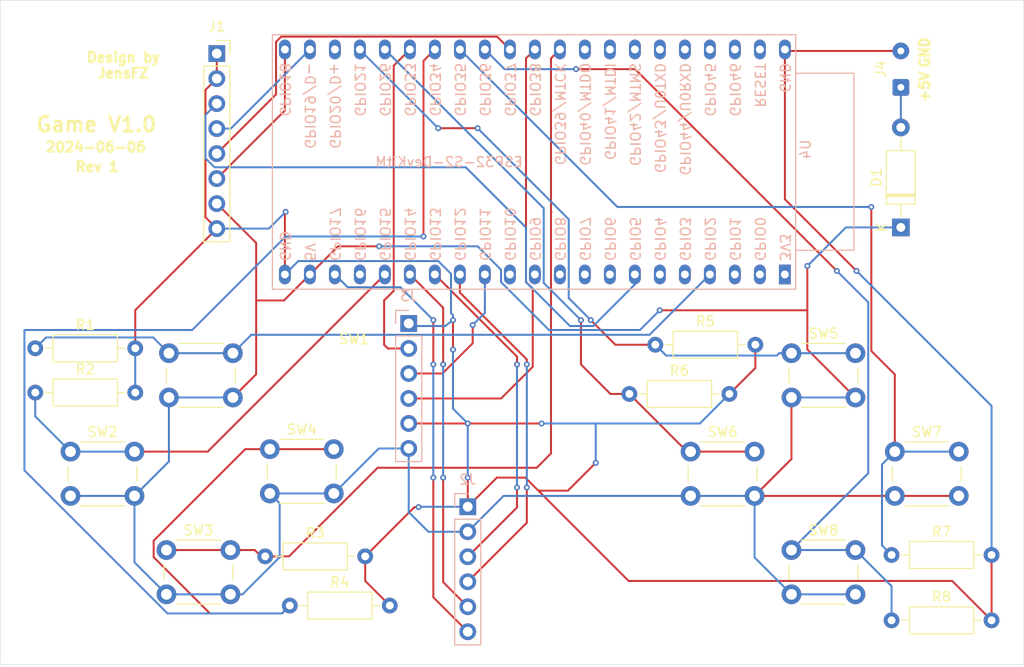
<source format=kicad_pcb>
(kicad_pcb (version 20240108) (generator "pcbnew") (generator_version "8.0")
  (layers (0 "F.Cu" signal) (31 "B.Cu" signal) (34 "B.Paste" user) (35 "F.Paste" user) (36 "B.SilkS" user "B.Silkscreen") (37 "F.SilkS" user "F.Silkscreen") (38 "B.Mask" user) (39 "F.Mask" user) (44 "Edge.Cuts" user))
  (net 0 "")
  (net 1 "GND")
  (net 2 "+3V3")
  (net 3 "/RES")
  (net 4 "+5V")
  (net 5 "/DC")
  (net 6 "/SCL")
  (net 7 "/SDA")
  (net 8 "/MOSI")
  (net 9 "/SCK_SD")
  (net 10 "/MISO")
  (net 11 "/CS")
  (net 12 "/LCK")
  (net 13 "/DIN")
  (net 14 "/BCK")
  (net 15 "/2")
  (net 16 "/15")
  (net 17 "/39")
  (net 18 "/34")
  (net 19 "/21")
  (net 20 "/26")
  (net 21 "/35")
  (net 22 "/36")
  (net 41 "Net-(D1-A)")
  (footprint "Resistor_THT:R_Axial_DIN0207_L6.3mm_D2.5mm_P10.16mm_Horizontal" (layer "F.Cu") (at 62.92 90)
    (property "Reference" "R3" (at 5.08 -2.37 0) (layer "F.SilkS"))
    (property "Value" "10k")
    (pad "1" thru_hole circle (at 0 0) (size 1.6 1.6) (drill 0.8) (layers "*.Cu" "*.Mask") (net 17 "/39"))
    (pad "2" thru_hole oval (at 10.16 0) (size 1.6 1.6) (drill 0.8) (layers "*.Cu" "*.Mask") (net 1 "GND"))
  )
  (footprint "Button_Switch_THT:SW_PUSH_6mm_H4.3mm" (layer "F.Cu") (at 43.13728 79.36)
    (property "Reference" "SW2" (at 3.25 -2 0) (layer "F.SilkS"))
    (property "Value" "SW_Push")
    (pad "1" thru_hole circle (at 0 0 90) (size 2 2) (drill 1.1) (layers "*.Cu" "*.Mask") (net 16 "/15"))
    (pad "1" thru_hole circle (at 6.5 0 90) (size 2 2) (drill 1.1) (layers "*.Cu" "*.Mask") (net 16 "/15"))
    (pad "2" thru_hole circle (at 0 4.5 90) (size 2 2) (drill 1.1) (layers "*.Cu" "*.Mask") (net 4 "+5V"))
    (pad "2" thru_hole circle (at 6.5 4.5 90) (size 2 2) (drill 1.1) (layers "*.Cu" "*.Mask") (net 4 "+5V"))
  )
  (footprint "Button_Switch_THT:SW_PUSH_6mm_H4.3mm" (layer "F.Cu") (at 106.13728 79.36)
    (property "Reference" "SW6" (at 3.25 -2 0) (layer "F.SilkS"))
    (property "Value" "SW_Push")
    (pad "1" thru_hole circle (at 0 0 90) (size 2 2) (drill 1.1) (layers "*.Cu" "*.Mask") (net 20 "/26"))
    (pad "1" thru_hole circle (at 6.5 0 90) (size 2 2) (drill 1.1) (layers "*.Cu" "*.Mask") (net 20 "/26"))
    (pad "2" thru_hole circle (at 0 4.5 90) (size 2 2) (drill 1.1) (layers "*.Cu" "*.Mask") (net 4 "+5V"))
    (pad "2" thru_hole circle (at 6.5 4.5 90) (size 2 2) (drill 1.1) (layers "*.Cu" "*.Mask") (net 4 "+5V"))
  )
  (footprint "Button_Switch_THT:SW_PUSH_6mm_H4.3mm" (layer "F.Cu") (at 63.38728 79.11)
    (property "Reference" "SW4" (at 3.25 -2 0) (layer "F.SilkS"))
    (property "Value" "SW_Push")
    (pad "1" thru_hole circle (at 0 0 90) (size 2 2) (drill 1.1) (layers "*.Cu" "*.Mask") (net 18 "/34"))
    (pad "1" thru_hole circle (at 6.5 0 90) (size 2 2) (drill 1.1) (layers "*.Cu" "*.Mask") (net 18 "/34"))
    (pad "2" thru_hole circle (at 0 4.5 90) (size 2 2) (drill 1.1) (layers "*.Cu" "*.Mask") (net 4 "+5V"))
    (pad "2" thru_hole circle (at 6.5 4.5 90) (size 2 2) (drill 1.1) (layers "*.Cu" "*.Mask") (net 4 "+5V"))
  )
  (footprint "Button_Switch_THT:SW_PUSH_6mm_H4.3mm" (layer "F.Cu") (at 53.13728 69.36)
    (property "Reference" "SW1" (at 18.80292 -1.428161 0) (layer "F.SilkS"))
    (property "Value" "SW_Push")
    (pad "1" thru_hole circle (at 0 0 90) (size 2 2) (drill 1.1) (layers "*.Cu" "*.Mask") (net 15 "/2"))
    (pad "1" thru_hole circle (at 6.5 0 90) (size 2 2) (drill 1.1) (layers "*.Cu" "*.Mask") (net 15 "/2"))
    (pad "2" thru_hole circle (at 0 4.5 90) (size 2 2) (drill 1.1) (layers "*.Cu" "*.Mask") (net 4 "+5V"))
    (pad "2" thru_hole circle (at 6.5 4.5 90) (size 2 2) (drill 1.1) (layers "*.Cu" "*.Mask") (net 4 "+5V"))
  )
  (footprint "Button_Switch_THT:SW_PUSH_6mm_H4.3mm" (layer "F.Cu") (at 52.88728 89.36)
    (property "Reference" "SW3" (at 3.25 -2 0) (layer "F.SilkS"))
    (property "Value" "SW_Push")
    (pad "1" thru_hole circle (at 0 0 90) (size 2 2) (drill 1.1) (layers "*.Cu" "*.Mask") (net 17 "/39"))
    (pad "1" thru_hole circle (at 6.5 0 90) (size 2 2) (drill 1.1) (layers "*.Cu" "*.Mask") (net 17 "/39"))
    (pad "2" thru_hole circle (at 0 4.5 90) (size 2 2) (drill 1.1) (layers "*.Cu" "*.Mask") (net 4 "+5V"))
    (pad "2" thru_hole circle (at 6.5 4.5 90) (size 2 2) (drill 1.1) (layers "*.Cu" "*.Mask") (net 4 "+5V"))
  )
  (footprint "Diode_THT:D_A-405_P10.16mm_Horizontal" (layer "F.Cu") (at 127.5 56.58 90)
    (property "Reference" "D1" (at 5.08 -2.47 -90) (layer "F.SilkS"))
    (property "Value" "D")
    (fp_text user "K" (at 0 -1.9 -90) (layer "F.SilkS"))
    (pad "1" thru_hole rect (at 0 0 90) (size 1.8 1.8) (drill 0.9) (layers "*.Cu" "*.Mask") (net 4 "+5V"))
    (pad "2" thru_hole oval (at 10.16 0 90) (size 1.8 1.8) (drill 0.9) (layers "*.Cu" "*.Mask") (net 41 "Net-(D1-A)"))
  )
  (footprint "Resistor_THT:R_Axial_DIN0207_L6.3mm_D2.5mm_P10.16mm_Horizontal" (layer "F.Cu") (at 39.55728 73.36)
    (property "Reference" "R2" (at 5.08 -2.37 0) (layer "F.SilkS"))
    (property "Value" "10k")
    (pad "1" thru_hole circle (at 0 0) (size 1.6 1.6) (drill 0.8) (layers "*.Cu" "*.Mask") (net 16 "/15"))
    (pad "2" thru_hole oval (at 10.16 0) (size 1.6 1.6) (drill 0.8) (layers "*.Cu" "*.Mask") (net 1 "GND"))
  )
  (footprint "Resistor_THT:R_Axial_DIN0207_L6.3mm_D2.5mm_P10.16mm_Horizontal" (layer "F.Cu") (at 99.92 73.5)
    (property "Reference" "R6" (at 5.08 -2.37 0) (layer "F.SilkS"))
    (property "Value" "10k")
    (pad "1" thru_hole circle (at 0 0) (size 1.6 1.6) (drill 0.8) (layers "*.Cu" "*.Mask") (net 20 "/26"))
    (pad "2" thru_hole oval (at 10.16 0) (size 1.6 1.6) (drill 0.8) (layers "*.Cu" "*.Mask") (net 1 "GND"))
  )
  (footprint "Connector_Wire:SolderWire-0.127sqmm_1x02_P3.7mm_D0.48mm_OD1mm" (layer "F.Cu") (at 127.5 42.35 90)
    (property "Reference" "J4" (at 1.85 -2.05 -90) (layer "F.SilkS"))
    (property "Value" "Conn_01x02")
    (pad "1" thru_hole roundrect (at 0 0 90) (size 1.7 1.7) (drill 0.7) (layers "*.Cu" "*.Mask") (roundrect_rratio 0.147059) (net 41 "Net-(D1-A)"))
    (pad "2" thru_hole circle (at 3.7 0 90) (size 1.7 1.7) (drill 0.7) (layers "*.Cu" "*.Mask") (net 1 "GND"))
  )
  (footprint "Resistor_THT:R_Axial_DIN0207_L6.3mm_D2.5mm_P10.16mm_Horizontal" (layer "F.Cu") (at 126.55728 89.86)
    (property "Reference" "R7" (at 5.08 -2.37 0) (layer "F.SilkS"))
    (property "Value" "10k")
    (pad "1" thru_hole circle (at 0 0) (size 1.6 1.6) (drill 0.8) (layers "*.Cu" "*.Mask") (net 21 "/35"))
    (pad "2" thru_hole oval (at 10.16 0) (size 1.6 1.6) (drill 0.8) (layers "*.Cu" "*.Mask") (net 1 "GND"))
  )
  (footprint "Button_Switch_THT:SW_PUSH_6mm_H4.3mm" (layer "F.Cu") (at 116.38728 69.36)
    (property "Reference" "SW5" (at 3.25 -2 0) (layer "F.SilkS"))
    (property "Value" "SW_Push")
    (pad "1" thru_hole circle (at 0 0 90) (size 2 2) (drill 1.1) (layers "*.Cu" "*.Mask") (net 19 "/21"))
    (pad "1" thru_hole circle (at 6.5 0 90) (size 2 2) (drill 1.1) (layers "*.Cu" "*.Mask") (net 19 "/21"))
    (pad "2" thru_hole circle (at 0 4.5 90) (size 2 2) (drill 1.1) (layers "*.Cu" "*.Mask") (net 4 "+5V"))
    (pad "2" thru_hole circle (at 6.5 4.5 90) (size 2 2) (drill 1.1) (layers "*.Cu" "*.Mask") (net 4 "+5V"))
  )
  (footprint "MountingHole:MountingHole_3.2mm_M3_DIN965" (layer "F.Cu") (at 135 40)
    (property "Reference" "REF**" (hide yes))
    (property "Value" "MountingHole_3.2mm_M3_DIN965" (hide yes))
    (pad "" np_thru_hole circle (at 0 0) (size 3.2 3.2) (drill 3.2) (layers "*.Cu" "*.Mask"))
  )
  (footprint "Resistor_THT:R_Axial_DIN0207_L6.3mm_D2.5mm_P10.16mm_Horizontal" (layer "F.Cu") (at 39.55728 68.86)
    (property "Reference" "R1" (at 5.08 -2.37 0) (layer "F.SilkS"))
    (property "Value" "10k")
    (pad "1" thru_hole circle (at 0 0) (size 1.6 1.6) (drill 0.8) (layers "*.Cu" "*.Mask") (net 15 "/2"))
    (pad "2" thru_hole oval (at 10.16 0) (size 1.6 1.6) (drill 0.8) (layers "*.Cu" "*.Mask") (net 1 "GND"))
  )
  (footprint "Connector_PinSocket_2.54mm:PinSocket_1x08_P2.54mm_Vertical" (layer "F.Cu") (at 58 38.92)
    (property "Reference" "J1" (at 0 -2.77 0) (layer "F.SilkS"))
    (property "Value" "Display")
    (pad "1" thru_hole rect (at 0 0) (size 1.7 1.7) (drill 1) (layers "*.Cu" "*.Mask") (net 1 "GND"))
    (pad "2" thru_hole oval (at 0 2.54) (size 1.7 1.7) (drill 1) (layers "*.Cu" "*.Mask") (net 1 "GND"))
    (pad "3" thru_hole oval (at 0 5.08) (size 1.7 1.7) (drill 1) (layers "*.Cu" "*.Mask") (net 5 "/DC"))
    (pad "4" thru_hole oval (at 0 7.62) (size 1.7 1.7) (drill 1) (layers "*.Cu" "*.Mask") (net 3 "/RES"))
    (pad "5" thru_hole oval (at 0 10.16) (size 1.7 1.7) (drill 1) (layers "*.Cu" "*.Mask") (net 7 "/SDA"))
    (pad "6" thru_hole oval (at 0 12.7) (size 1.7 1.7) (drill 1) (layers "*.Cu" "*.Mask") (net 6 "/SCL"))
    (pad "7" thru_hole oval (at 0 15.24) (size 1.7 1.7) (drill 1) (layers "*.Cu" "*.Mask") (net 4 "+5V"))
    (pad "8" thru_hole oval (at 0 17.78) (size 1.7 1.7) (drill 1) (layers "*.Cu" "*.Mask") (net 1 "GND"))
  )
  (footprint "Button_Switch_THT:SW_PUSH_6mm_H4.3mm" (layer "F.Cu") (at 126.88728 79.36)
    (property "Reference" "SW7" (at 3.25 -2 0) (layer "F.SilkS"))
    (property "Value" "SW_Push")
    (pad "1" thru_hole circle (at 0 0 90) (size 2 2) (drill 1.1) (layers "*.Cu" "*.Mask") (net 21 "/35"))
    (pad "1" thru_hole circle (at 6.5 0 90) (size 2 2) (drill 1.1) (layers "*.Cu" "*.Mask") (net 21 "/35"))
    (pad "2" thru_hole circle (at 0 4.5 90) (size 2 2) (drill 1.1) (layers "*.Cu" "*.Mask") (net 4 "+5V"))
    (pad "2" thru_hole circle (at 6.5 4.5 90) (size 2 2) (drill 1.1) (layers "*.Cu" "*.Mask") (net 4 "+5V"))
  )
  (footprint "Button_Switch_THT:SW_PUSH_6mm_H4.3mm" (layer "F.Cu") (at 116.38728 89.36)
    (property "Reference" "SW8" (at 3.25 -2 0) (layer "F.SilkS"))
    (property "Value" "SW_Push")
    (pad "1" thru_hole circle (at 0 0 90) (size 2 2) (drill 1.1) (layers "*.Cu" "*.Mask") (net 22 "/36"))
    (pad "1" thru_hole circle (at 6.5 0 90) (size 2 2) (drill 1.1) (layers "*.Cu" "*.Mask") (net 22 "/36"))
    (pad "2" thru_hole circle (at 0 4.5 90) (size 2 2) (drill 1.1) (layers "*.Cu" "*.Mask") (net 4 "+5V"))
    (pad "2" thru_hole circle (at 6.5 4.5 90) (size 2 2) (drill 1.1) (layers "*.Cu" "*.Mask") (net 4 "+5V"))
  )
  (footprint "Resistor_THT:R_Axial_DIN0207_L6.3mm_D2.5mm_P10.16mm_Horizontal" (layer "F.Cu") (at 126.55728 96.5)
    (property "Reference" "R8" (at 5.08 -2.37 0) (layer "F.SilkS"))
    (property "Value" "10k")
    (pad "1" thru_hole circle (at 0 0) (size 1.6 1.6) (drill 0.8) (layers "*.Cu" "*.Mask") (net 22 "/36"))
    (pad "2" thru_hole oval (at 10.16 0) (size 1.6 1.6) (drill 0.8) (layers "*.Cu" "*.Mask") (net 1 "GND"))
  )
  (footprint "MountingHole:MountingHole_3.2mm_M3_DIN965" (layer "F.Cu") (at 40 40)
    (property "Reference" "REF**" (hide yes))
    (property "Value" "MountingHole_3.2mm_M3_DIN965" (hide yes))
    (pad "" np_thru_hole circle (at 0 0) (size 3.2 3.2) (drill 3.2) (layers "*.Cu" "*.Mask"))
  )
  (footprint "Resistor_THT:R_Axial_DIN0207_L6.3mm_D2.5mm_P10.16mm_Horizontal" (layer "F.Cu") (at 65.42 95)
    (property "Reference" "R4" (at 5.08 -2.37 0) (layer "F.SilkS"))
    (property "Value" "10k")
    (pad "1" thru_hole circle (at 0 0) (size 1.6 1.6) (drill 0.8) (layers "*.Cu" "*.Mask") (net 18 "/34"))
    (pad "2" thru_hole oval (at 10.16 0) (size 1.6 1.6) (drill 0.8) (layers "*.Cu" "*.Mask") (net 1 "GND"))
  )
  (footprint "MountingHole:MountingHole_3.2mm_M3_DIN965" (layer "F.Cu") (at 90 95)
    (property "Reference" "REF**" (hide yes))
    (property "Value" "MountingHole_3.2mm_M3_DIN965" (hide yes))
    (pad "" np_thru_hole circle (at 0 0) (size 3.2 3.2) (drill 3.2) (layers "*.Cu" "*.Mask"))
  )
  (footprint "MountingHole:MountingHole_3.2mm_M3_DIN965" (layer "F.Cu") (at 40 95)
    (property "Reference" "REF**" (hide yes))
    (property "Value" "MountingHole_3.2mm_M3_DIN965" (hide yes))
    (pad "" np_thru_hole circle (at 0 0) (size 3.2 3.2) (drill 3.2) (layers "*.Cu" "*.Mask"))
  )
  (footprint "Resistor_THT:R_Axial_DIN0207_L6.3mm_D2.5mm_P10.16mm_Horizontal" (layer "F.Cu") (at 102.55728 68.5)
    (property "Reference" "R5" (at 5.08 -2.37 0) (layer "F.SilkS"))
    (property "Value" "10k")
    (pad "1" thru_hole circle (at 0 0) (size 1.6 1.6) (drill 0.8) (layers "*.Cu" "*.Mask") (net 19 "/21"))
    (pad "2" thru_hole oval (at 10.16 0) (size 1.6 1.6) (drill 0.8) (layers "*.Cu" "*.Mask") (net 1 "GND"))
  )
  (footprint "PCM_Espressif:ESP32-S2-DevKitM" (layer "B.Cu") (at 115.71728 61.36 90)
    (property "Reference" "U4" (at 12.7 2.1 -90) (layer "B.SilkS") (effects (justify mirror)))
    (property "Value" "ESP32-S2-DevKitM" (at 11.42632 -34.13 0) (layer "B.SilkS") (effects (justify mirror)))
    (fp_text user "GPIO17" (at 1.26632 -45.71728 -90) (layer "B.SilkS") (effects (justify left mirror)))
    (fp_text user "GPIO9" (at 1.26632 -25.39728 -90) (layer "B.SilkS") (effects (justify left mirror)))
    (fp_text user "GPIO34" (at 21.58632 -35.55728 -90) (layer "B.SilkS") (effects (justify right mirror)))
    (fp_text user "GPIO8" (at 1.26632 -22.85728 -90) (layer "B.SilkS") (effects (justify left mirror)))
    (fp_text user "GND" (at 1.26632 -50.79728 -90) (layer "B.SilkS") (effects (justify left mirror)))
    (fp_text user "GPIO18" (at 21.58632 -50.79728 -90) (layer "B.SilkS") (effects (justify right mirror)))
    (fp_text user "5V" (at 1.26632 -48.25728 -90) (layer "B.SilkS") (effects (justify left mirror)))
    (fp_text user "GPIO11" (at 1.26632 -30.47728 -90) (layer "B.SilkS") (effects (justify left mirror)))
    (fp_text user "GPIO36" (at 21.58632 -30.47728 -90) (layer "B.SilkS") (effects (justify right mirror)))
    (fp_text user "GPIO20/D+" (at 21.58632 -45.71728 -90) (layer "B.SilkS") (effects (justify right mirror)))
    (fp_text user "GPIO44/U0RXD" (at 21.58632 -10.15728 -90) (layer "B.SilkS") (effects (justify right mirror)))
    (fp_text user "GPIO14" (at 1.26632 -38.09728 -90) (layer "B.SilkS") (effects (justify left mirror)))
    (fp_text user "GPIO21" (at 21.58632 -43.17728 -90) (layer "B.SilkS") (effects (justify right mirror)))
    (fp_text user "GPIO33" (at 21.58632 -38.09728 -90) (layer "B.SilkS") (effects (justify right mirror)))
    (fp_text user "GPIO35" (at 21.58632 -33.01728 -90) (layer "B.SilkS") (effects (justify right mirror)))
    (fp_text user "GPIO12" (at 1.26632 -33.01728 -90) (layer "B.SilkS") (effects (justify left mirror)))
    (fp_text user "GPIO0" (at 1.26632 -2.53728 -90) (layer "B.SilkS") (effects (justify left mirror)))
    (fp_text user "GPIO6" (at 1.26632 -17.77728 -90) (layer "B.SilkS") (effects (justify left mirror)))
    (fp_text user "GPIO19/D-" (at 21.58632 -48.25728 -90) (layer "B.SilkS") (effects (justify right mirror)))
    (fp_text user "GPIO4" (at 1.26632 -12.69728 -90) (layer "B.SilkS") (effects (justify left mirror)))
    (fp_text user "GPIO7" (at 1.26632 -20.31728 -90) (layer "B.SilkS") (effects (justify left mirror)))
    (fp_text user "GPIO1" (at 1.26632 -5.07728 -90) (layer "B.SilkS") (effects (justify left mirror)))
    (fp_text user "GPIO45" (at 21.58632 -7.61728 -90) (layer "B.SilkS") (effects (justify right mirror)))
    (fp_text user "RESET" (at 21.58632 -2.53728 -90) (layer "B.SilkS") (effects (justify right mirror)))
    (fp_text user "GPIO5" (at 1.26632 -15.23728 -90) (layer "B.SilkS") (effects (justify left mirror)))
    (fp_text user "GPIO37" (at 21.58632 -27.93728 -90) (layer "B.SilkS") (effects (justify right mirror)))
    (fp_text user "GPIO3" (at 1.27 -10.15728 -90) (layer "B.SilkS") (effects (justify left mirror)))
    (fp_text user "GPIO40/MTDO" (at 21.58632 -20.31728 -90) (layer "B.SilkS") (effects (justify right mirror)))
    (fp_text user "GPIO15" (at 1.26632 -40.63728 -90) (layer "B.SilkS") (effects (justify left mirror)))
    (fp_text user "GPIO38" (at 21.58632 -25.39728 -90) (layer "B.SilkS") (effects (justify right mirror)))
    (fp_text user "GPIO43/U0TXD" (at 21.58632 -12.69728 -90) (layer "B.SilkS") (effects (justify right mirror)))
    (fp_text user "GPIO16" (at 1.26632 -43.17728 -90) (layer "B.SilkS") (effects (justify left mirror)))
    (fp_text user "GND" (at 21.59 0 -90) (layer "B.SilkS") (effects (justify right mirror)))
    (fp_text user "GPIO2" (at 1.26632 -7.61728 -90) (layer "B.SilkS") (effects (justify left mirror)))
    (fp_text user "GPIO46" (at 21.58632 -5.07728 -90) (layer "B.SilkS") (effects (justify right mirror)))
    (fp_text user "GPIO10" (at 1.26632 -27.93728 -90) (layer "B.SilkS") (effects (justify left mirror)))
    (fp_text user "3V3" (at 1.27 0 -90) (layer "B.SilkS") (effects (justify left mirror)))
    (fp_text user "GPIO39/MTCK" (at 21.58632 -22.85728 -90) (layer "B.SilkS") (effects (justify right mirror)))
    (fp_text user "GPIO41/MTDI" (at 21.58632 -17.77728 -90) (layer "B.SilkS") (effects (justify right mirror)))
    (fp_text user "GPIO13" (at 1.26632 -35.55728 -90) (layer "B.SilkS") (effects (justify left mirror)))
    (fp_text user "GPIO26" (at 21.58632 -40.63728 -90) (layer "B.SilkS") (effects (justify right mirror)))
    (fp_text user "GPIO42/MTMS" (at 21.58632 -15.23728 -90) (layer "B.SilkS") (effects (justify right mirror)))
    (pad "1" thru_hole rect (at 0 0 180) (size 1.2 2) (drill 0.8) (layers "*.Cu" "*.Mask") (net 2 "+3V3"))
    (pad "2" thru_hole oval (at 0 -2.54 180) (size 1.2 2) (drill 0.8) (layers "*.Cu" "*.Mask"))
    (pad "3" thru_hole oval (at 0 -5.08 180) (size 1.2 2) (drill 0.8) (layers "*.Cu" "*.Mask"))
    (pad "4" thru_hole oval (at 0 -7.62 180) (size 1.2 2) (drill 0.8) (layers "*.Cu" "*.Mask") (net 15 "/2"))
    (pad "5" thru_hole oval (at 0 -10.16 180) (size 1.2 2) (drill 0.8) (layers "*.Cu" "*.Mask"))
    (pad "6" thru_hole oval (at 0 -12.7 180) (size 1.2 2) (drill 0.8) (layers "*.Cu" "*.Mask"))
    (pad "7" thru_hole oval (at 0 -15.24 180) (size 1.2 2) (drill 0.8) (layers "*.Cu" "*.Mask") (net 5 "/DC"))
    (pad "8" thru_hole oval (at 0 -17.78 180) (size 1.2 2) (drill 0.8) (layers "*.Cu" "*.Mask"))
    (pad "9" thru_hole oval (at 0 -20.32 180) (size 1.2 2) (drill 0.8) (layers "*.Cu" "*.Mask"))
    (pad "10" thru_hole oval (at 0 -22.86 180) (size 1.2 2) (drill 0.8) (layers "*.Cu" "*.Mask"))
    (pad "11" thru_hole oval (at 0 -25.4 180) (size 1.2 2) (drill 0.8) (layers "*.Cu" "*.Mask"))
    (pad "12" thru_hole oval (at 0 -27.94 180) (size 1.2 2) (drill 0.8) (layers "*.Cu" "*.Mask"))
    (pad "13" thru_hole oval (at 0 -30.48 180) (size 1.2 2) (drill 0.8) (layers "*.Cu" "*.Mask") (net 13 "/DIN"))
    (pad "14" thru_hole oval (at 0 -33.02 180) (size 1.2 2) (drill 0.8) (layers "*.Cu" "*.Mask") (net 8 "/MOSI"))
    (pad "15" thru_hole oval (at 0 -35.56 180) (size 1.2 2) (drill 0.8) (layers "*.Cu" "*.Mask") (net 10 "/MISO"))
    (pad "16" thru_hole oval (at 0 -38.1 180) (size 1.2 2) (drill 0.8) (layers "*.Cu" "*.Mask") (net 9 "/SCK_SD"))
    (pad "17" thru_hole oval (at 0 -40.64 180) (size 1.2 2) (drill 0.8) (layers "*.Cu" "*.Mask") (net 16 "/15"))
    (pad "18" thru_hole oval (at 0 -43.18 180) (size 1.2 2) (drill 0.8) (layers "*.Cu" "*.Mask"))
    (pad "19" thru_hole oval (at 0 -45.72 180) (size 1.2 2) (drill 0.8) (layers "*.Cu" "*.Mask") (net 11 "/CS"))
    (pad "20" thru_hole oval (at -0.00368 -48.25728 180) (size 1.2 2) (drill 0.8) (layers "*.Cu" "*.Mask") (net 4 "+5V"))
    (pad "21" thru_hole oval (at -0.00368 -50.79728 180) (size 1.2 2) (drill 0.8) (layers "*.Cu" "*.Mask") (net 1 "GND"))
    (pad "22" thru_hole oval (at 22.85632 -50.79728 180) (size 1.2 2) (drill 0.8) (layers "*.Cu" "*.Mask") (net 6 "/SCL"))
    (pad "23" thru_hole oval (at 22.86 -48.25728 180) (size 1.2 2) (drill 0.8) (layers "*.Cu" "*.Mask") (net 3 "/RES"))
    (pad "24" thru_hole oval (at 22.86 -45.71728 180) (size 1.2 2) (drill 0.8) (layers "*.Cu" "*.Mask"))
    (pad "25" thru_hole oval (at 22.86 -43.17728 180) (size 1.2 2) (drill 0.8) (layers "*.Cu" "*.Mask") (net 19 "/21"))
    (pad "26" thru_hole oval (at 22.86 -40.63728 180) (size 1.2 2) (drill 0.8) (layers "*.Cu" "*.Mask") (net 20 "/26"))
    (pad "27" thru_hole oval (at 22.86 -38.09728 180) (size 1.2 2) (drill 0.8) (layers "*.Cu" "*.Mask") (net 14 "/BCK"))
    (pad "28" thru_hole oval (at 22.86 -35.55728 180) (size 1.2 2) (drill 0.8) (layers "*.Cu" "*.Mask") (net 18 "/34"))
    (pad "29" thru_hole oval (at 22.86 -33.01728 180) (size 1.2 2) (drill 0.8) (layers "*.Cu" "*.Mask") (net 21 "/35"))
    (pad "30" thru_hole oval (at 22.86 -30.47728 180) (size 1.2 2) (drill 0.8) (layers "*.Cu" "*.Mask") (net 22 "/36"))
    (pad "31" thru_hole oval (at 22.86 -27.93728 180) (size 1.2 2) (drill 0.8) (layers "*.Cu" "*.Mask") (net 7 "/SDA"))
    (pad "32" thru_hole oval (at 22.86 -25.39728 180) (size 1.2 2) (drill 0.8) (layers "*.Cu" "*.Mask") (net 12 "/LCK"))
    (pad "33" thru_hole oval (at 22.86 -22.85728 180) (size 1.2 2) (drill 0.8) (layers "*.Cu" "*.Mask") (net 17 "/39"))
    (pad "34" thru_hole oval (at 22.86 -20.31728 180) (size 1.2 2) (drill 0.8) (layers "*.Cu" "*.Mask"))
    (pad "35" thru_hole oval (at 22.86 -17.77728 180) (size 1.2 2) (drill 0.8) (layers "*.Cu" "*.Mask"))
    (pad "36" thru_hole oval (at 22.86 -15.23728 180) (size 1.2 2) (drill 0.8) (layers "*.Cu" "*.Mask"))
    (pad "37" thru_hole oval (at 22.86 -12.69728 180) (size 1.2 2) (drill 0.8) (layers "*.Cu" "*.Mask"))
    (pad "38" thru_hole oval (at 22.86 -10.15728 180) (size 1.2 2) (drill 0.8) (layers "*.Cu" "*.Mask"))
    (pad "39" thru_hole oval (at 22.86 -7.61728 180) (size 1.2 2) (drill 0.8) (layers "*.Cu" "*.Mask"))
    (pad "40" thru_hole oval (at 22.86 -5.07728 180) (size 1.2 2) (drill 0.8) (layers "*.Cu" "*.Mask"))
    (pad "41" thru_hole oval (at 22.86 -2.53728 180) (size 1.2 2) (drill 0.8) (layers "*.Cu" "*.Mask"))
    (pad "42" thru_hole oval (at 22.86 0.00272 180) (size 1.2 2) (drill 0.8) (layers "*.Cu" "*.Mask") (net 1 "GND"))
  )
  (footprint "Connector_PinSocket_2.54mm:PinSocket_1x06_P2.54mm_Vertical" (layer "B.Cu") (at 83.5 84.96 180)
    (property "Reference" "J2" (at 0 2.77 0) (layer "B.SilkS") (effects (justify mirror)))
    (property "Value" "SD")
    (pad "1" thru_hole rect (at 0 0 180) (size 1.7 1.7) (drill 1) (layers "*.Cu" "*.Mask") (net 1 "GND"))
    (pad "2" thru_hole oval (at 0 -2.54 180) (size 1.7 1.7) (drill 1) (layers "*.Cu" "*.Mask") (net 4 "+5V"))
    (pad "3" thru_hole oval (at 0 -5.08 180) (size 1.7 1.7) (drill 1) (layers "*.Cu" "*.Mask") (net 10 "/MISO"))
    (pad "4" thru_hole oval (at 0 -7.62 180) (size 1.7 1.7) (drill 1) (layers "*.Cu" "*.Mask") (net 8 "/MOSI"))
    (pad "5" thru_hole oval (at 0 -10.16 180) (size 1.7 1.7) (drill 1) (layers "*.Cu" "*.Mask") (net 9 "/SCK_SD"))
    (pad "6" thru_hole oval (at 0 -12.7 180) (size 1.7 1.7) (drill 1) (layers "*.Cu" "*.Mask") (net 11 "/CS"))
  )
  (footprint "Connector_PinSocket_2.54mm:PinSocket_1x06_P2.54mm_Vertical" (layer "B.Cu") (at 77.5 66.34 180)
    (property "Reference" "J3" (at 0 2.77 0) (layer "B.SilkS") (effects (justify mirror)))
    (property "Value" "PCM5100")
    (pad "1" thru_hole rect (at 0 0 180) (size 1.7 1.7) (drill 1) (layers "*.Cu" "*.Mask") (net 1 "GND"))
    (pad "2" thru_hole oval (at 0 -2.54 180) (size 1.7 1.7) (drill 1) (layers "*.Cu" "*.Mask") (net 14 "/BCK"))
    (pad "3" thru_hole oval (at 0 -5.08 180) (size 1.7 1.7) (drill 1) (layers "*.Cu" "*.Mask") (net 13 "/DIN"))
    (pad "4" thru_hole oval (at 0 -7.62 180) (size 1.7 1.7) (drill 1) (layers "*.Cu" "*.Mask") (net 12 "/LCK"))
    (pad "5" thru_hole oval (at 0 -10.16 180) (size 1.7 1.7) (drill 1) (layers "*.Cu" "*.Mask") (net 1 "GND"))
    (pad "6" thru_hole oval (at 0 -12.7 180) (size 1.7 1.7) (drill 1) (layers "*.Cu" "*.Mask") (net 4 "+5V"))
  )
  (gr_poly (pts (xy 36 33.5) (xy 140 33.5) (xy 140 101) (xy 36 101)) (stroke (width 0.05)) (fill none) (layer "Edge.Cuts"))
  (gr_text "Design by\nJensFZ" (at 48.5 41.5 0) (layer "F.SilkS") (effects (font (size 1 1) (thickness 0.25) (bold yes)) (justify bottom)))
  (gr_text "2024-06-06" (at 40.5 49 0) (layer "F.SilkS") (effects (font (size 1 1) (thickness 0.25) (bold yes)) (justify left bottom)))
  (gr_text "+5V" (at 130.5 44 90) (layer "F.SilkS") (effects (font (size 1 1) (thickness 0.25) (bold yes)) (justify left bottom)))
  (gr_text "GND" (at 130.5 40.5 90) (layer "F.SilkS") (effects (font (size 1 1) (thickness 0.25) (bold yes)) (justify left bottom)))
  (gr_text "Game V1.0" (at 39.5 47 0) (layer "F.SilkS") (effects (font (size 1.5 1.5) (thickness 0.3) (bold yes)) (justify left bottom)))
  (gr_text "Rev 1" (at 43.5 51 0) (layer "F.SilkS") (effects (font (size 1 1) (thickness 0.25) (bold yes)) (justify left bottom)))
  (segment (start 73.08 92.5) (end 75.58 95) (width 0.2) (layer "F.Cu") (net 1))
  (segment (start 115.87 38.65) (end 115.72 38.5) (width 0.2) (layer "F.Cu") (net 1))
  (segment (start 93.674265 83.325735) (end 96.5 80.5) (width 0.2) (layer "F.Cu") (net 1))
  (segment (start 78.08 85) (end 73.08 90) (width 0.2) (layer "F.Cu") (net 1))
  (segment (start 90.674265 83.325735) (end 89.348529 82) (width 0.2) (layer "F.Cu") (net 1))
  (segment (start 90.674265 83.325735) (end 93.674265 83.325735) (width 0.2) (layer "F.Cu") (net 1))
  (segment (start 115.72 53.72) (end 115.72 38.5) (width 0.2) (layer "F.Cu") (net 1))
  (segment (start 91 76.5) (end 83.5 76.5) (width 0.2) (layer "F.Cu") (net 1))
  (segment (start 112.71728 70.86272) (end 110.08 73.5) (width 0.2) (layer "F.Cu") (net 1))
  (segment (start 132.71728 92.5) (end 99.848529 92.5) (width 0.2) (layer "F.Cu") (net 1))
  (segment (start 64.92 55.08) (end 64.92 61.36368) (width 0.2) (layer "F.Cu") (net 1))
  (segment (start 49.71728 64.98272) (end 58 56.7) (width 0.2) (layer "F.Cu") (net 1))
  (segment (start 136.71728 89.86) (end 136.71728 96.5) (width 0.2) (layer "F.Cu") (net 1))
  (segment (start 83.5 84.96) (end 83.5 82) (width 0.2) (layer "F.Cu") (net 1))
  (segment (start 49.71728 68.86) (end 49.71728 64.98272) (width 0.2) (layer "F.Cu") (net 1))
  (segment (start 56.85 55.55) (end 58 56.7) (width 0.2) (layer "F.Cu") (net 1))
  (segment (start 136.71728 96.5) (end 132.71728 92.5) (width 0.2) (layer "F.Cu") (net 1))
  (segment (start 73.08 90) (end 73.08 92.5) (width 0.2) (layer "F.Cu") (net 1))
  (segment (start 58 38.92) (end 58 41.46) (width 0.2) (layer "F.Cu") (net 1))
  (segment (start 89.348529 82) (end 86.46 82) (width 0.2) (layer "F.Cu") (net 1))
  (segment (start 78.5 85) (end 78.08 85) (width 0.2) (layer "F.Cu") (net 1))
  (segment (start 83.5 76.5) (end 77.5 76.5) (width 0.2) (layer "F.Cu") (net 1))
  (segment (start 99.848529 92.5) (end 90.674265 83.325735) (width 0.2) (layer "F.Cu") (net 1))
  (segment (start 86.46 82) (end 83.5 84.96) (width 0.2) (layer "F.Cu") (net 1))
  (segment (start 112.71728 68.5) (end 112.71728 70.86272) (width 0.2) (layer "F.Cu") (net 1))
  (segment (start 56.85 42.61) (end 56.85 55.55) (width 0.2) (layer "F.Cu") (net 1))
  (segment (start 127.5 38.65) (end 115.87 38.65) (width 0.2) (layer "F.Cu") (net 1))
  (segment (start 123 61) (end 115.72 53.72) (width 0.2) (layer "F.Cu") (net 1))
  (segment (start 82 66) (end 82 69) (width 0.2) (layer "F.Cu") (net 1))
  (segment (start 65 55) (end 64.92 55.08) (width 0.2) (layer "F.Cu") (net 1))
  (segment (start 58 41.46) (end 56.85 42.61) (width 0.2) (layer "F.Cu") (net 1))
  (via (at 91 76.5) (size 0.6) (drill 0.3) (layers "F.Cu" "B.Cu") (net 1))
  (via (at 82 66) (size 0.6) (drill 0.3) (layers "F.Cu" "B.Cu") (net 1))
  (via (at 83.5 82) (size 0.6) (drill 0.3) (layers "F.Cu" "B.Cu") (net 1))
  (via (at 83.5 76.5) (size 0.6) (drill 0.3) (layers "F.Cu" "B.Cu") (net 1))
  (via (at 78.5 85) (size 0.6) (drill 0.3) (layers "F.Cu" "B.Cu") (net 1))
  (via (at 65 55) (size 0.6) (drill 0.3) (layers "F.Cu" "B.Cu") (net 1))
  (via (at 123 61) (size 0.6) (drill 0.3) (layers "F.Cu" "B.Cu") (net 1))
  (via (at 96.5 80.5) (size 0.6) (drill 0.3) (layers "F.Cu" "B.Cu") (net 1))
  (via (at 82 69) (size 0.6) (drill 0.3) (layers "F.Cu" "B.Cu") (net 1))
  (segment (start 82 65.5) (end 81.79728 65.29728) (width 0.2) (layer "B.Cu") (net 1))
  (segment (start 96.5 80.5) (end 96.5 76.5) (width 0.2) (layer "B.Cu") (net 1))
  (segment (start 77.5 66.34) (end 78.16 67) (width 0.2) (layer "B.Cu") (net 1))
  (segment (start 81.79728 66) (end 82 66) (width 0.2) (layer "B.Cu") (net 1))
  (segment (start 83.5 84.96) (end 78.54 84.96) (width 0.2) (layer "B.Cu") (net 1))
  (segment (start 107.08 76.5) (end 96.5 76.5) (width 0.2) (layer "B.Cu") (net 1))
  (segment (start 82 66) (end 81.19728 66.6) (width 0.2) (layer "B.Cu") (net 1))
  (segment (start 136.71728 74.71728) (end 123 61) (width 0.2) (layer "B.Cu") (net 1))
  (segment (start 82 66) (end 82 65.5) (width 0.2) (layer "B.Cu") (net 1))
  (segment (start 66.28368 60) (end 64.92 61.36368) (width 0.2) (layer "B.Cu") (net 1))
  (segment (start 58 56.7) (end 63.3 56.7) (width 0.2) (layer "B.Cu") (net 1))
  (segment (start 78.54 84.96) (end 78.5 85) (width 0.2) (layer "B.Cu") (net 1))
  (segment (start 49.71728 68.86) (end 49.71728 73.36) (width 0.2) (layer "B.Cu") (net 1))
  (segment (start 81.79728 61.29728) (end 80.5 60) (width 0.2) (layer "B.Cu") (net 1))
  (segment (start 81.19728 66.6) (end 77.76 66.6) (width 0.2) (layer "B.Cu") (net 1))
  (segment (start 82 75) (end 83.5 76.5) (width 0.2) (layer "B.Cu") (net 1))
  (segment (start 110.08 73.5) (end 107.08 76.5) (width 0.2) (layer "B.Cu") (net 1))
  (segment (start 80.5 60) (end 66.28368 60) (width 0.2) (layer "B.Cu") (net 1))
  (segment (start 63.3 56.7) (end 65 55) (width 0.2) (layer "B.Cu") (net 1))
  (segment (start 81.79728 65.29728) (end 81.79728 61.29728) (width 0.2) (layer "B.Cu") (net 1))
  (segment (start 83.5 82) (end 83.5 76.5) (width 0.2) (layer "B.Cu") (net 1))
  (segment (start 82 69) (end 82 75) (width 0.2) (layer "B.Cu") (net 1))
  (segment (start 136.71728 89.86) (end 136.71728 74.71728) (width 0.2) (layer "B.Cu") (net 1))
  (segment (start 96.5 76.5) (end 91 76.5) (width 0.2) (layer "B.Cu") (net 1))
  (segment (start 77.76 66.6) (end 77.5 66.34) (width 0.2) (layer "B.Cu") (net 1))
  (segment (start 58 46.54) (end 59.42 46.54) (width 0.2) (layer "B.Cu") (net 3))
  (segment (start 59.42 46.54) (end 67.46 38.5) (width 0.2) (layer "B.Cu") (net 3))
  (segment (start 126.88728 83.86) (end 112.63728 83.86) (width 0.2) (layer "F.Cu") (net 4))
  (segment (start 118 65) (end 118 60.5) (width 0.2) (layer "F.Cu") (net 4))
  (segment (start 103 65) (end 118 65) (width 0.2) (layer "F.Cu") (net 4))
  (segment (start 122.88728 73.86) (end 118 68.97272) (width 0.2) (layer "F.Cu") (net 4))
  (segment (start 116.38728 73.86) (end 116.38728 80.11) (width 0.2) (layer "F.Cu") (net 4))
  (segment (start 60.99728 72.5) (end 61 72.5) (width 0.2) (layer "F.Cu") (net 4))
  (segment (start 64.82368 64) (end 62 64) (width 0.2) (layer "F.Cu") (net 4))
  (segment (start 59.63728 73.86) (end 60.99728 72.5) (width 0.2) (layer "F.Cu") (net 4))
  (segment (start 67.46 61.36368) (end 70.32368 58.5) (width 0.2) (layer "F.Cu") (net 4))
  (segment (start 61 72.5) (end 62 71.5) (width 0.2) (layer "F.Cu") (net 4))
  (segment (start 67.46 61.36368) (end 64.82368 64) (width 0.2) (layer "F.Cu") (net 4))
  (segment (start 118 68.97272) (end 118 65) (width 0.2) (layer "F.Cu") (net 4))
  (segment (start 70.32368 58.5) (end 74.5 58.5) (width 0.2) (layer "F.Cu") (net 4))
  (segment (start 62 58.16) (end 58 54.16) (width 0.2) (layer "F.Cu") (net 4))
  (segment (start 62 71.5) (end 62 64) (width 0.2) (layer "F.Cu") (net 4))
  (segment (start 116.38728 80.11) (end 112.63728 83.86) (width 0.2) (layer "F.Cu") (net 4))
  (segment (start 133.38728 83.86) (end 126.88728 83.86) (width 0.2) (layer "F.Cu") (net 4))
  (segment (start 62 64) (end 62 58.16) (width 0.2) (layer "F.Cu") (net 4))
  (via (at 118 60.5) (size 0.6) (drill 0.3) (layers "F.Cu" "B.Cu") (net 4))
  (via (at 74.5 58.5) (size 0.6) (drill 0.3) (layers "F.Cu" "B.Cu") (net 4))
  (via (at 103 65) (size 0.6) (drill 0.3) (layers "F.Cu" "B.Cu") (net 4))
  (segment (start 53.13728 73.86) (end 53.13728 80.36) (width 0.2) (layer "B.Cu") (net 4))
  (segment (start 79.5 87.5) (end 83.5 87.5) (width 0.2) (layer "B.Cu") (net 4))
  (segment (start 49.63728 83.86) (end 43.13728 83.86) (width 0.2) (layer "B.Cu") (net 4))
  (segment (start 122.88728 93.86) (end 116.38728 93.86) (width 0.2) (layer "B.Cu") (net 4))
  (segment (start 64.38728 84.61) (end 64.38728 90.088355) (width 0.2) (layer "B.Cu") (net 4))
  (segment (start 64.38728 90.088355) (end 60.615635 93.86) (width 0.2) (layer "B.Cu") (net 4))
  (segment (start 118 60.5) (end 121.92 56.58) (width 0.2) (layer "B.Cu") (net 4))
  (segment (start 116.38728 73.86) (end 122.88728 73.86) (width 0.2) (layer "B.Cu") (net 4))
  (segment (start 60.615635 93.86) (end 59.38728 93.86) (width 0.2) (layer "B.Cu") (net 4))
  (segment (start 52.88728 93.86) (end 49.63728 90.61) (width 0.2) (layer "B.Cu") (net 4))
  (segment (start 87.14 83.86) (end 83.5 87.5) (width 0.2) (layer "B.Cu") (net 4))
  (segment (start 74.45728 79.04) (end 69.88728 83.61) (width 0.2) (layer "B.Cu") (net 4))
  (segment (start 84.5 58.5) (end 86.87728 60.87728) (width 0.2) (layer "B.Cu") (net 4))
  (segment (start 112.63728 83.86) (end 106.13728 83.86) (width 0.2) (layer "B.Cu") (net 4))
  (segment (start 74.5 58.5) (end 84.5 58.5) (width 0.2) (layer "B.Cu") (net 4))
  (segment (start 77.5 79.04) (end 74.45728 79.04) (width 0.2) (layer "B.Cu") (net 4))
  (segment (start 53.13728 80.36) (end 49.63728 83.86) (width 0.2) (layer "B.Cu") (net 4))
  (segment (start 63.38728 83.61) (end 64.38728 84.61) (width 0.2) (layer "B.Cu") (net 4))
  (segment (start 59.38728 93.86) (end 52.88728 93.86) (width 0.2) (layer "B.Cu") (net 4))
  (segment (start 69.88728 83.61) (end 63.38728 83.61) (width 0.2) (layer "B.Cu") (net 4))
  (segment (start 101 67) (end 103 65) (width 0.2) (layer "B.Cu") (net 4))
  (segment (start 91.744488 67) (end 101 67) (width 0.2) (layer "B.Cu") (net 4))
  (segment (start 86.87728 62.132792) (end 91.744488 67) (width 0.2) (layer "B.Cu") (net 4))
  (segment (start 86.87728 60.87728) (end 86.87728 62.132792) (width 0.2) (layer "B.Cu") (net 4))
  (segment (start 121.92 56.58) (end 127.5 56.58) (width 0.2) (layer "B.Cu") (net 4))
  (segment (start 49.63728 90.61) (end 49.63728 83.86) (width 0.2) (layer "B.Cu") (net 4))
  (segment (start 59.63728 73.86) (end 53.13728 73.86) (width 0.2) (layer "B.Cu") (net 4))
  (segment (start 116.38728 93.86) (end 112.63728 90.11) (width 0.2) (layer "B.Cu") (net 4))
  (segment (start 77.5 79.04) (end 77.5 85.5) (width 0.2) (layer "B.Cu") (net 4))
  (segment (start 106.13728 83.86) (end 87.14 83.86) (width 0.2) (layer "B.Cu") (net 4))
  (segment (start 112.63728 90.11) (end 112.63728 83.86) (width 0.2) (layer "B.Cu") (net 4))
  (segment (start 77.5 85.5) (end 79.5 87.5) (width 0.2) (layer "B.Cu") (net 4))
  (segment (start 56.85 49.556346) (end 57.763654 50.47) (width 0.2) (layer "B.Cu") (net 5))
  (segment (start 57.763654 50.47) (end 83.297352 50.47) (width 0.2) (layer "B.Cu") (net 5))
  (segment (start 96.248529 66.6) (end 100.47728 62.371249) (width 0.2) (layer "B.Cu") (net 5))
  (segment (start 56.85 45.15) (end 56.85 49.556346) (width 0.2) (layer "B.Cu") (net 5))
  (segment (start 89.41728 56.589928) (end 89.41728 62.132792) (width 0.2) (layer "B.Cu") (net 5))
  (segment (start 83.297352 50.47) (end 89.41728 56.589928) (width 0.2) (layer "B.Cu") (net 5))
  (segment (start 58 44) (end 56.85 45.15) (width 0.2) (layer "B.Cu") (net 5))
  (segment (start 89.41728 62.132792) (end 93.884488 66.6) (width 0.2) (layer "B.Cu") (net 5))
  (segment (start 93.884488 66.6) (end 96.248529 66.6) (width 0.2) (layer "B.Cu") (net 5))
  (segment (start 100.47728 62.371249) (end 100.47728 61.36) (width 0.2) (layer "B.Cu") (net 5))
  (segment (start 58 51.62) (end 64.92 44.7) (width 0.2) (layer "F.Cu") (net 6))
  (segment (start 64.92 44.7) (end 64.92 38.50368) (width 0.2) (layer "F.Cu") (net 6))
  (segment (start 58 49.08) (end 64.02 43.06) (width 0.2) (layer "F.Cu") (net 7))
  (segment (start 86.48 37.2) (end 87.78 38.5) (width 0.2) (layer "F.Cu") (net 7))
  (segment (start 64.02 37.730888) (end 64.550888 37.2) (width 0.2) (layer "F.Cu") (net 7))
  (segment (start 64.550888 37.2) (end 86.48 37.2) (width 0.2) (layer "F.Cu") (net 7))
  (segment (start 64.02 43.06) (end 64.02 37.730888) (width 0.2) (layer "F.Cu") (net 7))
  (segment (start 89.5 70.5) (end 89.5 70) (width 0.2) (layer "F.Cu") (net 8))
  (segment (start 83.5 92.58) (end 89.5 86.58) (width 0.2) (layer "F.Cu") (net 8))
  (segment (start 89.5 86.58) (end 89.5 83) (width 0.2) (layer "F.Cu") (net 8))
  (segment (start 89.5 70) (end 82.69728 63.19728) (width 0.2) (layer "F.Cu") (net 8))
  (segment (start 82.69728 63.19728) (end 82.69728 61.36) (width 0.2) (layer "F.Cu") (net 8))
  (via (at 89.5 70.5) (size 0.6) (drill 0.3) (layers "F.Cu" "B.Cu") (net 8))
  (via (at 89.5 83) (size 0.6) (drill 0.3) (layers "F.Cu" "B.Cu") (net 8))
  (segment (start 89.5 83) (end 89.5 70.5) (width 0.2) (layer "B.Cu") (net 8))
  (segment (start 81 92.62) (end 81 82) (width 0.2) (layer "F.Cu") (net 9))
  (segment (start 83.5 95.12) (end 81 92.62) (width 0.2) (layer "F.Cu") (net 9))
  (segment (start 81 70.5) (end 81 64.74272) (width 0.2) (layer "F.Cu") (net 9))
  (segment (start 81 64.74272) (end 77.61728 61.36) (width 0.2) (layer "F.Cu") (net 9))
  (via (at 81 82) (size 0.6) (drill 0.3) (layers "F.Cu" "B.Cu") (net 9))
  (via (at 81 70.5) (size 0.6) (drill 0.3) (layers "F.Cu" "B.Cu") (net 9))
  (segment (start 81 82) (end 81 70.5) (width 0.2) (layer "B.Cu") (net 9))
  (segment (start 88.5 70.5) (end 88.5 69.70272) (width 0.2) (layer "F.Cu") (net 10))
  (segment (start 88.5 69.70272) (end 80.15728 61.36) (width 0.2) (layer "F.Cu") (net 10))
  (segment (start 83.5 90.04) (end 88.5 85.04) (width 0.2) (layer "F.Cu") (net 10))
  (segment (start 88.5 85.04) (end 88.5 83) (width 0.2) (layer "F.Cu") (net 10))
  (via (at 88.5 83) (size 0.6) (drill 0.3) (layers "F.Cu" "B.Cu") (net 10))
  (via (at 88.5 70.5) (size 0.6) (drill 0.3) (layers "F.Cu" "B.Cu") (net 10))
  (segment (start 88.5 83) (end 88.5 70.5) (width 0.2) (layer "B.Cu") (net 10))
  (segment (start 80 94.16) (end 80 82) (width 0.2) (layer "F.Cu") (net 11))
  (segment (start 80 70.5) (end 80 66) (width 0.2) (layer "F.Cu") (net 11))
  (segment (start 83.5 97.66) (end 80 94.16) (width 0.2) (layer "F.Cu") (net 11))
  (via (at 80 66) (size 0.6) (drill 0.3) (layers "F.Cu" "B.Cu") (net 11))
  (via (at 80 82) (size 0.6) (drill 0.3) (layers "F.Cu" "B.Cu") (net 11))
  (via (at 80 70.5) (size 0.6) (drill 0.3) (layers "F.Cu" "B.Cu") (net 11))
  (segment (start 71.29728 62.66) (end 69.99728 61.36) (width 0.2) (layer "B.Cu") (net 11))
  (segment (start 76.66 62.66) (end 71.29728 62.66) (width 0.2) (layer "B.Cu") (net 11))
  (segment (start 80 82) (end 80 70.5) (width 0.2) (layer "B.Cu") (net 11))
  (segment (start 80 66) (end 76.66 62.66) (width 0.2) (layer "B.Cu") (net 11))
  (segment (start 89.41728 39.40272) (end 90.32 38.5) (width 0.2) (layer "F.Cu") (net 12))
  (segment (start 86.888529 73.96) (end 90.1 70.748529) (width 0.2) (layer "F.Cu") (net 12))
  (segment (start 90.1 70.748529) (end 90.1 62.815512) (width 0.2) (layer "F.Cu") (net 12))
  (segment (start 89.41728 62.132792) (end 89.41728 39.40272) (width 0.2) (layer "F.Cu") (net 12))
  (segment (start 90.1 62.815512) (end 89.41728 62.132792) (width 0.2) (layer "F.Cu") (net 12))
  (segment (start 77.5 73.96) (end 86.888529 73.96) (width 0.2) (layer "F.Cu") (net 12))
  (segment (start 77.5 71.42) (end 80.928529 71.42) (width 0.2) (layer "F.Cu") (net 13))
  (segment (start 84 68.348529) (end 84 66.5) (width 0.2) (layer "F.Cu") (net 13))
  (segment (start 80.928529 71.42) (end 84 68.348529) (width 0.2) (layer "F.Cu") (net 13))
  (via (at 84 66.5) (size 0.6) (drill 0.3) (layers "F.Cu" "B.Cu") (net 13))
  (segment (start 85.23728 65.26272) (end 85.23728 61.36) (width 0.2) (layer "B.Cu") (net 13))
  (segment (start 84 66.5) (end 85.23728 65.26272) (width 0.2) (layer "B.Cu") (net 13))
  (segment (start 75 68.5) (end 75 64) (width 0.2) (layer "F.Cu") (net 14))
  (segment (start 77.5 68.88) (end 75.38 68.88) (width 0.2) (layer "F.Cu") (net 14))
  (segment (start 75.38 68.88) (end 75 68.5) (width 0.2) (layer "F.Cu") (net 14))
  (segment (start 75.97728 40.14272) (end 75.97728 63.02272) (width 0.2) (layer "F.Cu") (net 14))
  (segment (start 77.62 38.5) (end 75.97728 40.14272) (width 0.2) (layer "F.Cu") (net 14))
  (segment (start 75.97728 63.02272) (end 75 64) (width 0.2) (layer "F.Cu") (net 14))
  (segment (start 101.96728 67.49) (end 108.09728 61.36) (width 0.2) (layer "B.Cu") (net 15))
  (segment (start 59.63728 69.36) (end 61.50728 67.49) (width 0.2) (layer "B.Cu") (net 15))
  (segment (start 61.50728 67.49) (end 101.96728 67.49) (width 0.2) (layer "B.Cu") (net 15))
  (segment (start 53.13728 69.36) (end 59.63728 69.36) (width 0.2) (layer "B.Cu") (net 15))
  (segment (start 39.55728 68.86) (end 40.65728 67.76) (width 0.2) (layer "B.Cu") (net 15))
  (segment (start 51.53728 67.76) (end 53.13728 69.36) (width 0.2) (layer "B.Cu") (net 15))
  (segment (start 40.65728 67.76) (end 51.53728 67.76) (width 0.2) (layer "B.Cu") (net 15))
  (segment (start 49.63728 79.36) (end 57.07728 79.36) (width 0.2) (layer "F.Cu") (net 16))
  (segment (start 57.07728 79.36) (end 75.07728 61.36) (width 0.2) (layer "F.Cu") (net 16))
  (segment (start 39.55728 75.78) (end 43.13728 79.36) (width 0.2) (layer "B.Cu") (net 16))
  (segment (start 39.55728 73.36) (end 39.55728 75.78) (width 0.2) (layer "B.Cu") (net 16))
  (segment (start 43.13728 79.36) (end 49.63728 79.36) (width 0.2) (layer "B.Cu") (net 16))
  (segment (start 92 55) (end 91.95728 55.04272) (width 0.2) (layer "F.Cu") (net 17))
  (segment (start 91.95728 55.04272) (end 91.95728 79.54272) (width 0.2) (layer "F.Cu") (net 17))
  (segment (start 74.335758 81) (end 65.335758 90) (width 0.2) (layer "F.Cu") (net 17))
  (segment (start 62.5 90) (end 61.86 89.36) (width 0.2) (layer "F.Cu") (net 17))
  (segment (start 91.95728 79.54272) (end 90.5 81) (width 0.2) (layer "F.Cu") (net 17))
  (segment (start 62.92 90) (end 62.5 90) (width 0.2) (layer "F.Cu") (net 17))
  (segment (start 91.95728 54.95728) (end 92 55) (width 0.2) (layer "F.Cu") (net 17))
  (segment (start 59.38728 89.36) (end 52.88728 89.36) (width 0.2) (layer "F.Cu") (net 17))
  (segment (start 61.86 89.36) (end 59.38728 89.36) (width 0.2) (layer "F.Cu") (net 17))
  (segment (start 65.335758 90) (end 62.92 90) (width 0.2) (layer "F.Cu") (net 17))
  (segment (start 92.86 38.5) (end 91.95728 39.40272) (width 0.2) (layer "F.Cu") (net 17))
  (segment (start 91.95728 39.40272) (end 91.95728 54.95728) (width 0.2) (layer "F.Cu") (net 17))
  (segment (start 90.5 81) (end 74.335758 81) (width 0.2) (layer "F.Cu") (net 17))
  (segment (start 79 57.5) (end 79 39.66) (width 0.2) (layer "F.Cu") (net 18))
  (segment (start 57.299999 95.799999) (end 51.58728 90.08728) (width 0.2) (layer "F.Cu") (net 18))
  (segment (start 51.58728 90.08728) (end 51.58728 88.41272) (width 0.2) (layer "F.Cu") (net 18))
  (segment (start 64.620001 95.799999) (end 57.299999 95.799999) (width 0.2) (layer "F.Cu") (net 18))
  (segment (start 60.89 79.11) (end 63.38728 79.11) (width 0.2) (layer "F.Cu") (net 18))
  (segment (start 79 39.66) (end 80.16 38.5) (width 0.2) (layer "F.Cu") (net 18))
  (segment (start 51.58728 88.41272) (end 60.89 79.11) (width 0.2) (layer "F.Cu") (net 18))
  (segment (start 65.42 95) (end 64.620001 95.799999) (width 0.2) (layer "F.Cu") (net 18))
  (segment (start 63.38728 79.11) (end 69.88728 79.11) (width 0.2) (layer "F.Cu") (net 18))
  (via (at 79 57.5) (size 0.6) (drill 0.3) (layers "F.Cu" "B.Cu") (net 18))
  (segment (start 52.988801 95.799999) (end 38.45728 81.268478) (width 0.2) (layer "B.Cu") (net 18))
  (segment (start 38.45728 67.04272) (end 38.5 67) (width 0.2) (layer "B.Cu") (net 18))
  (segment (start 38.45728 81.268478) (end 38.45728 67.04272) (width 0.2) (layer "B.Cu") (net 18))
  (segment (start 64.620001 95.799999) (end 52.988801 95.799999) (width 0.2) (layer "B.Cu") (net 18))
  (segment (start 65.42 95) (end 64.620001 95.799999) (width 0.2) (layer "B.Cu") (net 18))
  (segment (start 38.5 67) (end 55.5 67) (width 0.2) (layer "B.Cu") (net 18))
  (segment (start 65 57.5) (end 79 57.5) (width 0.2) (layer "B.Cu") (net 18))
  (segment (start 55.5 67) (end 65 57.5) (width 0.2) (layer "B.Cu") (net 18))
  (segment (start 98.5 68.5) (end 96 66) (width 0.2) (layer "F.Cu") (net 19))
  (segment (start 84.5 46.5) (end 80.5 46.5) (width 0.2) (layer "F.Cu") (net 19))
  (segment (start 102.55728 68.5) (end 98.5 68.5) (width 0.2) (layer "F.Cu") (net 19))
  (segment (start 80.5 46.5) (end 80.54 46.5) (width 0.2) (layer "F.Cu") (net 19))
  (via (at 96 66) (size 0.6) (drill 0.3) (layers "F.Cu" "B.Cu") (net 19))
  (via (at 84.5 46.5) (size 0.6) (drill 0.3) (layers "F.Cu" "B.Cu") (net 19))
  (via (at 80.5 46.5) (size 0.6) (drill 0.3) (layers "F.Cu" "B.Cu") (net 19))
  (segment (start 93.75728 63.75728) (end 93.75728 55.75728) (width 0.2) (layer "B.Cu") (net 19))
  (segment (start 115.14 69.36) (end 114.9 69.6) (width 0.2) (layer "B.Cu") (net 19))
  (segment (start 93.75728 55.75728) (end 84.5 46.5) (width 0.2) (layer "B.Cu") (net 19))
  (segment (start 80.5 46.5) (end 72.54 38.54) (width 0.2) (layer "B.Cu") (net 19))
  (segment (start 96 66) (end 93.75728 63.75728) (width 0.2) (layer "B.Cu") (net 19))
  (segment (start 116.38728 69.36) (end 122.88728 69.36) (width 0.2) (layer "B.Cu") (net 19))
  (segment (start 103.65728 69.6) (end 102.55728 68.5) (width 0.2) (layer "B.Cu") (net 19))
  (segment (start 116.38728 69.36) (end 115.14 69.36) (width 0.2) (layer "B.Cu") (net 19))
  (segment (start 114.9 69.6) (end 103.65728 69.6) (width 0.2) (layer "B.Cu") (net 19))
  (segment (start 72.54 38.54) (end 72.54 38.5) (width 0.2) (layer "B.Cu") (net 19))
  (segment (start 98 73.5) (end 95 70.5) (width 0.2) (layer "F.Cu") (net 20))
  (segment (start 99.92 73.5) (end 105.78 79.36) (width 0.2) (layer "F.Cu") (net 20))
  (segment (start 95 70.5) (end 95 66) (width 0.2) (layer "F.Cu") (net 20))
  (segment (start 99.92 73.5) (end 98 73.5) (width 0.2) (layer "F.Cu") (net 20))
  (segment (start 106.13728 79.36) (end 112.63728 79.36) (width 0.2) (layer "F.Cu") (net 20))
  (segment (start 105.78 79.36) (end 106.13728 79.36) (width 0.2) (layer "F.Cu") (net 20))
  (via (at 95 66) (size 0.6) (drill 0.3) (layers "F.Cu" "B.Cu") (net 20))
  (segment (start 91.21728 62.21728) (end 91.21728 54.63728) (width 0.2) (layer "B.Cu") (net 20))
  (segment (start 91.21728 54.63728) (end 75.08 38.5) (width 0.2) (layer "B.Cu") (net 20))
  (segment (start 95 66) (end 91.21728 62.21728) (width 0.2) (layer "B.Cu") (net 20))
  (segment (start 124.5 69.134242) (end 124.5 54.5) (width 0.2) (layer "F.Cu") (net 21))
  (segment (start 126.88728 79.36) (end 126.88728 71.521522) (width 0.2) (layer "F.Cu") (net 21))
  (segment (start 126.88728 71.521522) (end 124.5 69.134242) (width 0.2) (layer "F.Cu") (net 21))
  (via (at 124.5 54.5) (size 0.6) (drill 0.3) (layers "F.Cu" "B.Cu") (net 21))
  (segment (start 126.88728 79.36) (end 133.38728 79.36) (width 0.2) (layer "B.Cu") (net 21))
  (segment (start 125.58728 80.66) (end 126.88728 79.36) (width 0.2) (layer "B.Cu") (net 21))
  (segment (start 124.5 54.5) (end 98.7 54.5) (width 0.2) (layer "B.Cu") (net 21))
  (segment (start 126.55728 89.86) (end 125.58728 88.89) (width 0.2) (layer "B.Cu") (net 21))
  (segment (start 125.58728 88.89) (end 125.58728 80.66) (width 0.2) (layer "B.Cu") (net 21))
  (segment (start 98.7 54.5) (end 82.7 38.5) (width 0.2) (layer "B.Cu") (net 21))
  (segment (start 100.5 40.5) (end 94.5 40.5) (width 0.2) (layer "F.Cu") (net 22))
  (segment (start 121 61) (end 100.5 40.5) (width 0.2) (layer "F.Cu") (net 22))
  (via (at 94.5 40.5) (size 0.6) (drill 0.3) (layers "F.Cu" "B.Cu") (net 22))
  (via (at 121 61) (size 0.6) (drill 0.3) (layers "F.Cu" "B.Cu") (net 22))
  (segment (start 124.18728 64.18728) (end 121 61) (width 0.2) (layer "B.Cu") (net 22))
  (segment (start 116.38728 89.36) (end 124.18728 81.56) (width 0.2) (layer "B.Cu") (net 22))
  (segment (start 126.55728 93.03) (end 122.88728 89.36) (width 0.2) (layer "B.Cu") (net 22))
  (segment (start 126.55728 96.5) (end 126.55728 93.03) (width 0.2) (layer "B.Cu") (net 22))
  (segment (start 122.88728 89.36) (end 116.38728 89.36) (width 0.2) (layer "B.Cu") (net 22))
  (segment (start 124.18728 81.56) (end 124.18728 64.18728) (width 0.2) (layer "B.Cu") (net 22))
  (segment (start 94.5 40.5) (end 87.24 40.5) (width 0.2) (layer "B.Cu") (net 22))
  (segment (start 87.24 40.5) (end 85.24 38.5) (width 0.2) (layer "B.Cu") (net 22))
  (segment (start 127.5 42.35) (end 127.5 46.42) (width 0.2) (layer "B.Cu") (net 41))
)
</source>
